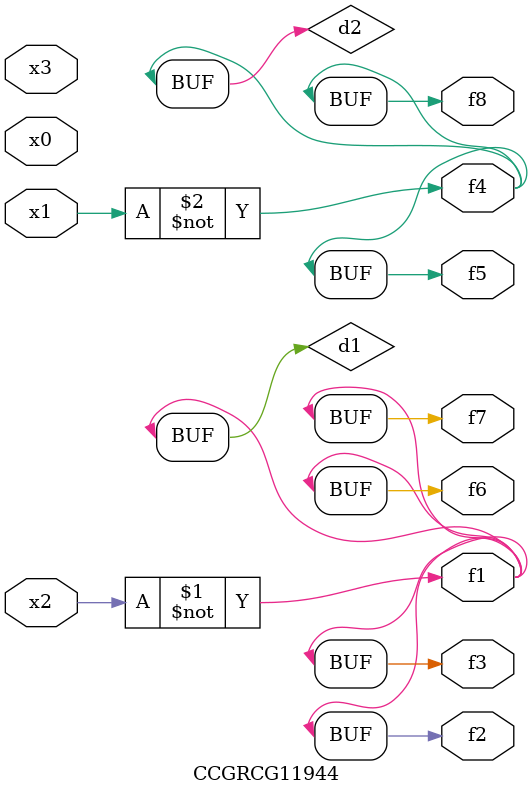
<source format=v>
module CCGRCG11944(
	input x0, x1, x2, x3,
	output f1, f2, f3, f4, f5, f6, f7, f8
);

	wire d1, d2;

	xnor (d1, x2);
	not (d2, x1);
	assign f1 = d1;
	assign f2 = d1;
	assign f3 = d1;
	assign f4 = d2;
	assign f5 = d2;
	assign f6 = d1;
	assign f7 = d1;
	assign f8 = d2;
endmodule

</source>
